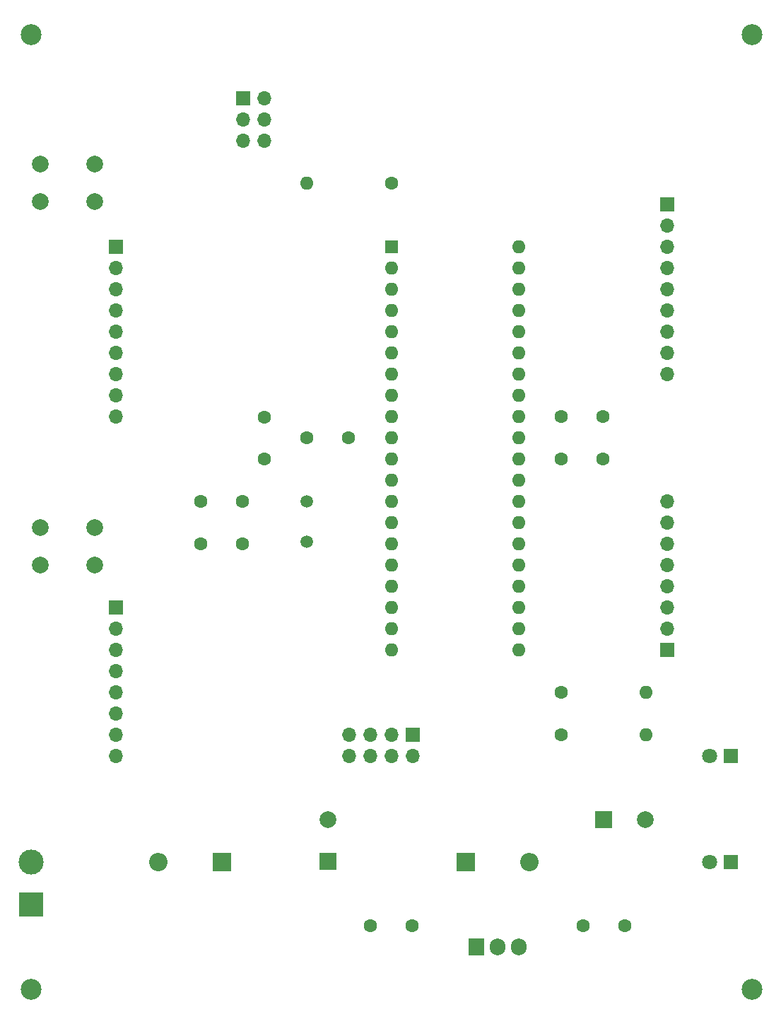
<source format=gbr>
%TF.GenerationSoftware,KiCad,Pcbnew,7.0.11-7.0.11~ubuntu22.04.1*%
%TF.CreationDate,2024-07-25T18:57:52+02:00*%
%TF.ProjectId,mcuboard_hw,6d637562-6f61-4726-945f-68772e6b6963,A*%
%TF.SameCoordinates,Original*%
%TF.FileFunction,Soldermask,Bot*%
%TF.FilePolarity,Negative*%
%FSLAX46Y46*%
G04 Gerber Fmt 4.6, Leading zero omitted, Abs format (unit mm)*
G04 Created by KiCad (PCBNEW 7.0.11-7.0.11~ubuntu22.04.1) date 2024-07-25 18:57:52*
%MOMM*%
%LPD*%
G01*
G04 APERTURE LIST*
%ADD10R,2.200000X2.200000*%
%ADD11O,2.200000X2.200000*%
%ADD12C,2.500000*%
%ADD13R,1.905000X2.000000*%
%ADD14O,1.905000X2.000000*%
%ADD15C,2.000000*%
%ADD16C,1.600000*%
%ADD17O,1.600000X1.600000*%
%ADD18R,1.800000X1.800000*%
%ADD19C,1.800000*%
%ADD20C,1.500000*%
%ADD21R,1.700000X1.700000*%
%ADD22O,1.700000X1.700000*%
%ADD23R,2.000000X2.000000*%
%ADD24R,3.000000X3.000000*%
%ADD25C,3.000000*%
%ADD26R,1.600000X1.600000*%
G04 APERTURE END LIST*
D10*
%TO.C,D4*%
X156210000Y-132080000D03*
D11*
X163830000Y-132080000D03*
%TD*%
D12*
%TO.C,*%
X104140000Y-33020000D03*
%TD*%
D13*
%TO.C,U2*%
X157480000Y-142240000D03*
D14*
X160020000Y-142240000D03*
X162560000Y-142240000D03*
%TD*%
D15*
%TO.C,SW1*%
X105260000Y-48550000D03*
X111760000Y-48550000D03*
X105260000Y-53050000D03*
X111760000Y-53050000D03*
%TD*%
D16*
%TO.C,C7*%
X149780000Y-139700000D03*
X144780000Y-139700000D03*
%TD*%
%TO.C,R3*%
X167640000Y-116840000D03*
D17*
X177800000Y-116840000D03*
%TD*%
D16*
%TO.C,C8*%
X170260000Y-139700000D03*
X175260000Y-139700000D03*
%TD*%
D12*
%TO.C,*%
X190500000Y-147320000D03*
%TD*%
D16*
%TO.C,C2*%
X129460000Y-88900000D03*
X124460000Y-88900000D03*
%TD*%
%TO.C,C4*%
X172640000Y-83820000D03*
X167640000Y-83820000D03*
%TD*%
D18*
%TO.C,D1*%
X187960000Y-119380000D03*
D19*
X185420000Y-119380000D03*
%TD*%
D20*
%TO.C,Y1*%
X137160000Y-88900000D03*
X137160000Y-93780000D03*
%TD*%
D18*
%TO.C,D3*%
X187960000Y-132080000D03*
D19*
X185420000Y-132080000D03*
%TD*%
D16*
%TO.C,R1*%
X147320000Y-50800000D03*
D17*
X137160000Y-50800000D03*
%TD*%
D21*
%TO.C,J6*%
X114300000Y-58420000D03*
D22*
X114300000Y-60960000D03*
X114300000Y-63500000D03*
X114300000Y-66040000D03*
X114300000Y-68580000D03*
X114300000Y-71120000D03*
X114300000Y-73660000D03*
X114300000Y-76200000D03*
X114300000Y-78740000D03*
%TD*%
D23*
%TO.C,C9*%
X172720000Y-127000000D03*
D15*
X177720000Y-127000000D03*
%TD*%
D21*
%TO.C,J3*%
X180340000Y-106680000D03*
D22*
X180340000Y-104140000D03*
X180340000Y-101600000D03*
X180340000Y-99060000D03*
X180340000Y-96520000D03*
X180340000Y-93980000D03*
X180340000Y-91440000D03*
X180340000Y-88900000D03*
%TD*%
D12*
%TO.C,*%
X190500000Y-33020000D03*
%TD*%
D16*
%TO.C,R2*%
X167640000Y-111760000D03*
D17*
X177800000Y-111760000D03*
%TD*%
D21*
%TO.C,J4*%
X149860000Y-116840000D03*
D22*
X149860000Y-119380000D03*
X147320000Y-116840000D03*
X147320000Y-119380000D03*
X144780000Y-116840000D03*
X144780000Y-119380000D03*
X142240000Y-116840000D03*
X142240000Y-119380000D03*
%TD*%
D24*
%TO.C,J8*%
X104140000Y-137160000D03*
D25*
X104140000Y-132080000D03*
%TD*%
D21*
%TO.C,J1*%
X129540000Y-40640000D03*
D22*
X132080000Y-40640000D03*
X129540000Y-43180000D03*
X132080000Y-43180000D03*
X129540000Y-45720000D03*
X132080000Y-45720000D03*
%TD*%
D16*
%TO.C,C1*%
X129460000Y-93980000D03*
X124460000Y-93980000D03*
%TD*%
D26*
%TO.C,U1*%
X147320000Y-58420000D03*
D17*
X147320000Y-60960000D03*
X147320000Y-63500000D03*
X147320000Y-66040000D03*
X147320000Y-68580000D03*
X147320000Y-71120000D03*
X147320000Y-73660000D03*
X147320000Y-76200000D03*
X147320000Y-78740000D03*
X147320000Y-81280000D03*
X147320000Y-83820000D03*
X147320000Y-86360000D03*
X147320000Y-88900000D03*
X147320000Y-91440000D03*
X147320000Y-93980000D03*
X147320000Y-96520000D03*
X147320000Y-99060000D03*
X147320000Y-101600000D03*
X147320000Y-104140000D03*
X147320000Y-106680000D03*
X162560000Y-106680000D03*
X162560000Y-104140000D03*
X162560000Y-101600000D03*
X162560000Y-99060000D03*
X162560000Y-96520000D03*
X162560000Y-93980000D03*
X162560000Y-91440000D03*
X162560000Y-88900000D03*
X162560000Y-86360000D03*
X162560000Y-83820000D03*
X162560000Y-81280000D03*
X162560000Y-78740000D03*
X162560000Y-76200000D03*
X162560000Y-73660000D03*
X162560000Y-71120000D03*
X162560000Y-68580000D03*
X162560000Y-66040000D03*
X162560000Y-63500000D03*
X162560000Y-60960000D03*
X162560000Y-58420000D03*
%TD*%
D16*
%TO.C,C5*%
X137160000Y-81280000D03*
X142160000Y-81280000D03*
%TD*%
D10*
%TO.C,D2*%
X127000000Y-132080000D03*
D11*
X119380000Y-132080000D03*
%TD*%
D12*
%TO.C,*%
X104140000Y-147320000D03*
%TD*%
D16*
%TO.C,C10*%
X132080000Y-78820000D03*
X132080000Y-83820000D03*
%TD*%
%TO.C,C3*%
X167640000Y-78740000D03*
X172640000Y-78740000D03*
%TD*%
D15*
%TO.C,SW2*%
X111760000Y-96520000D03*
X105260000Y-96520000D03*
X111760000Y-92020000D03*
X105260000Y-92020000D03*
%TD*%
D21*
%TO.C,J5*%
X114300000Y-101600000D03*
D22*
X114300000Y-104140000D03*
X114300000Y-106680000D03*
X114300000Y-109220000D03*
X114300000Y-111760000D03*
X114300000Y-114300000D03*
X114300000Y-116840000D03*
X114300000Y-119380000D03*
%TD*%
D21*
%TO.C,J2*%
X180340000Y-53340000D03*
D22*
X180340000Y-55880000D03*
X180340000Y-58420000D03*
X180340000Y-60960000D03*
X180340000Y-63500000D03*
X180340000Y-66040000D03*
X180340000Y-68580000D03*
X180340000Y-71120000D03*
X180340000Y-73660000D03*
%TD*%
D23*
%TO.C,C6*%
X139700000Y-132000000D03*
D15*
X139700000Y-127000000D03*
%TD*%
M02*

</source>
